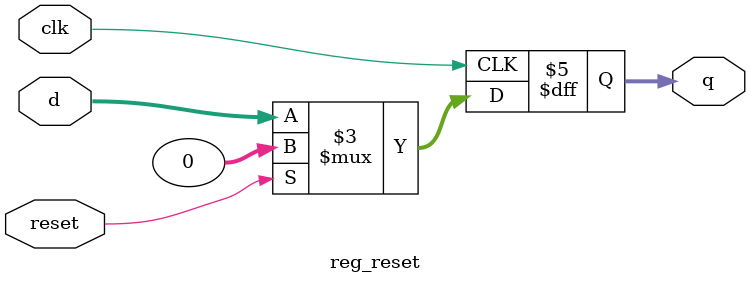
<source format=sv>
module reg32 (
	input logic clk,
	input logic [31:0] d,
	output logic [31:0] q
);
	always_ff @( posedge clk ) begin
		q <= d;
	end
	
endmodule


module reg_reset (
	input logic clk, reset,
	input logic [31:0] d,
	output logic [31:0] q
);
	always_ff @(posedge clk) begin 
		if (reset) q <= 32'h00000000;
		else 	   q <= d;
	end
	
endmodule



</source>
